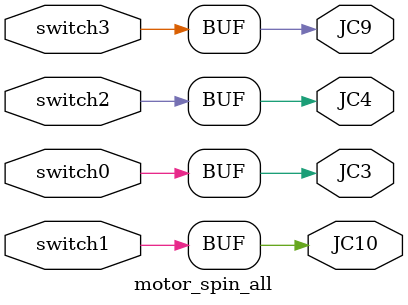
<source format=v>


module motor_spin_all(
    input switch0,
    input switch1,
    input switch2,
    input switch3,
    output JC3,
    output JC9,
    output JC4,
    output JC10
    );
    
    assign JC3 = switch0;
    assign JC10 = switch1;
    assign JC4 = switch2;
    assign JC9 = switch3;
   
    
    
endmodule

</source>
